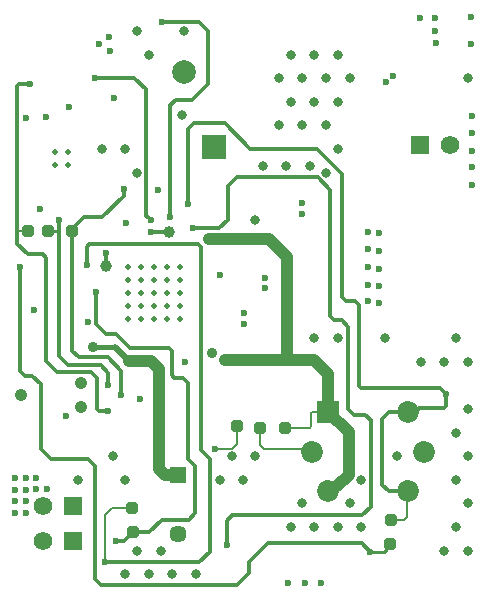
<source format=gbl>
G04*
G04 #@! TF.GenerationSoftware,Altium Limited,Altium Designer,25.2.1 (25)*
G04*
G04 Layer_Physical_Order=4*
G04 Layer_Color=16711680*
%FSLAX25Y25*%
%MOIN*%
G70*
G04*
G04 #@! TF.SameCoordinates,E3AB8C20-A1E6-43C1-8624-3ED8289FA371*
G04*
G04*
G04 #@! TF.FilePolarity,Positive*
G04*
G01*
G75*
%ADD10C,0.00984*%
%ADD12C,0.00787*%
%ADD15C,0.01575*%
%ADD62C,0.06181*%
%ADD63R,0.06181X0.06181*%
%ADD64C,0.07284*%
%ADD65R,0.07284X0.07284*%
%ADD67C,0.05709*%
%ADD68R,0.05709X0.05709*%
%ADD76C,0.01378*%
%ADD78C,0.01968*%
%ADD79C,0.01181*%
%ADD80C,0.03937*%
%ADD84C,0.07874*%
%ADD85R,0.07874X0.07874*%
%ADD86C,0.04201*%
%ADD87C,0.01968*%
%ADD88C,0.02362*%
%ADD89C,0.03543*%
%ADD90C,0.03150*%
%ADD91C,0.03937*%
G04:AMPARAMS|DCode=92|XSize=39.37mil|YSize=39.37mil|CornerRadius=9.84mil|HoleSize=0mil|Usage=FLASHONLY|Rotation=90.000|XOffset=0mil|YOffset=0mil|HoleType=Round|Shape=RoundedRectangle|*
%AMROUNDEDRECTD92*
21,1,0.03937,0.01968,0,0,90.0*
21,1,0.01968,0.03937,0,0,90.0*
1,1,0.01968,0.00984,0.00984*
1,1,0.01968,0.00984,-0.00984*
1,1,0.01968,-0.00984,-0.00984*
1,1,0.01968,-0.00984,0.00984*
%
%ADD92ROUNDEDRECTD92*%
G04:AMPARAMS|DCode=93|XSize=39.37mil|YSize=39.37mil|CornerRadius=9.84mil|HoleSize=0mil|Usage=FLASHONLY|Rotation=0.000|XOffset=0mil|YOffset=0mil|HoleType=Round|Shape=RoundedRectangle|*
%AMROUNDEDRECTD93*
21,1,0.03937,0.01968,0,0,0.0*
21,1,0.01968,0.03937,0,0,0.0*
1,1,0.01968,0.00984,-0.00984*
1,1,0.01968,-0.00984,-0.00984*
1,1,0.01968,-0.00984,0.00984*
1,1,0.01968,0.00984,0.00984*
%
%ADD93ROUNDEDRECTD93*%
D10*
X13386Y122047D02*
X17224D01*
X125506Y15354D02*
X126083Y15931D01*
X120866Y15354D02*
X125506D01*
X126083Y15931D02*
Y15974D01*
X127559Y17450D01*
Y17717D01*
D12*
X69291Y49606D02*
X74803D01*
X76378Y51181D01*
Y57087D01*
X34843Y29921D02*
X41665Y29937D01*
X32480Y27559D02*
X34843Y29921D01*
X32480Y11811D02*
Y27559D01*
X3051Y122047D02*
X6693D01*
X9252Y114370D02*
X9449Y114567D01*
X84252Y50787D02*
X85433Y49606D01*
X100492D01*
X84252Y50787D02*
Y56693D01*
X127953Y25984D02*
X132283D01*
X133071Y26772D01*
Y35043D01*
X133413Y35386D01*
X100492Y49606D02*
X101488Y48610D01*
X101205Y61373D02*
X101666Y61835D01*
X101205Y57154D02*
Y61373D01*
X101666Y61835D02*
X106965D01*
X92520Y56693D02*
X100743D01*
X101205Y57154D01*
D15*
X28543Y83465D02*
X28642Y83366D01*
X35827D01*
D62*
X11937Y30512D02*
D03*
X11929Y18898D02*
D03*
X147500Y150984D02*
D03*
D63*
X21937Y30512D02*
D03*
X21929Y18898D02*
D03*
X137500Y150984D02*
D03*
D64*
X101488Y48610D02*
D03*
X138890D02*
D03*
X133413Y61835D02*
D03*
X106965Y35386D02*
D03*
X133413D02*
D03*
D65*
X106965Y61835D02*
D03*
D67*
X56929Y21102D02*
D03*
D68*
Y40787D02*
D03*
D76*
X26378Y111024D02*
Y116964D01*
X64370Y49213D02*
Y116929D01*
X32909Y110602D02*
Y114732D01*
Y110602D02*
X32925Y110587D01*
X26378Y116964D02*
X27185Y117772D01*
X63528D01*
X64370Y116929D01*
X47222Y126425D02*
X47714Y125933D01*
X47067Y126425D02*
X47222D01*
X46260Y127232D02*
X47067Y126425D01*
X46260Y127232D02*
Y169390D01*
X47714Y125933D02*
X47980D01*
X52043Y121724D02*
X53921Y121756D01*
X47709Y121724D02*
X53921Y121756D01*
X64370Y49213D02*
X67520Y46063D01*
X41772Y21929D02*
X47323D01*
X36330Y19007D02*
X38850D01*
X41772Y21929D01*
X36220Y18898D02*
X36330Y19007D01*
X32480Y11811D02*
X32489Y11802D01*
X63968D02*
X67520Y15354D01*
X32489Y11802D02*
X63968D01*
X29134Y6299D02*
X31102Y4331D01*
X26969Y46063D02*
X29134Y43898D01*
Y6299D02*
Y43898D01*
X31102Y4331D02*
X76575D01*
X14567Y46063D02*
X26969D01*
X11024Y49606D02*
Y71063D01*
Y49606D02*
X14567Y46063D01*
X40984Y83071D02*
X53984D01*
X55598Y73228D02*
X58661D01*
X54791Y74036D02*
X55598Y73228D01*
X53984Y83071D02*
X54791Y82264D01*
Y74036D02*
Y82264D01*
X29528Y91181D02*
Y101817D01*
Y91181D02*
X32969Y87740D01*
X36315D01*
X40984Y83071D01*
X58661Y73228D02*
X60236Y71653D01*
Y46063D02*
Y71653D01*
Y46063D02*
X62598Y43701D01*
X60433Y25984D02*
X62598Y28150D01*
Y43701D01*
X47323Y21929D02*
X51378Y25984D01*
X60433D01*
X117933Y69836D02*
X144180D01*
X117126Y70643D02*
X117933Y69836D01*
X144180D02*
X146221Y67795D01*
X117126Y70643D02*
Y97539D01*
X133413Y61835D02*
X134543Y62965D01*
X137067D02*
X137173Y63071D01*
X145413D02*
X146221Y63878D01*
X137173Y63071D02*
X145413D01*
X146221Y63878D02*
Y67795D01*
X134543Y62965D02*
X137067D01*
X132898Y61835D02*
X133413D01*
X127189D02*
X132898D01*
X72421Y158169D02*
X81010Y149580D01*
X62205Y158169D02*
X72421D01*
X60236Y156201D02*
X62205Y158169D01*
X81010Y149580D02*
X103176D01*
X111516Y141240D01*
X60236Y131102D02*
Y156201D01*
X73425Y137205D02*
X76378Y140157D01*
X103347D01*
X73425Y125984D02*
Y137205D01*
X111516Y100295D02*
Y141240D01*
X3051Y122047D02*
Y170374D01*
X17224Y122047D02*
Y125984D01*
Y80413D02*
X20079Y77559D01*
X17224Y80413D02*
Y122047D01*
X12992Y78740D02*
Y113189D01*
X21654Y106693D02*
Y123031D01*
Y82185D02*
Y106693D01*
X9252Y114370D02*
X11811D01*
X12992Y78740D02*
X16482Y75250D01*
X6693Y114370D02*
X9252D01*
X11811D02*
X12992Y113189D01*
X4134Y75590D02*
Y110236D01*
X21654Y123031D02*
X25492Y126870D01*
X21654Y82185D02*
X23720Y80118D01*
X37992Y67520D02*
Y75492D01*
X33661Y70965D02*
Y75000D01*
X31102Y77559D02*
X33661Y75000D01*
X30657Y62100D02*
X33372D01*
X29823Y62934D02*
X30657Y62100D01*
X29823Y62934D02*
Y73130D01*
X31521Y126870D02*
X38681Y134030D01*
Y136319D01*
X23720Y80118D02*
X33366D01*
X37992Y75492D01*
X20079Y77559D02*
X31102D01*
X27703Y75250D02*
X29823Y73130D01*
X16482Y75250D02*
X27703D01*
X124803Y37598D02*
Y59449D01*
Y37598D02*
X127016Y35386D01*
X133413D01*
X124803Y59449D02*
X127189Y61835D01*
X118110Y18110D02*
X120866Y15354D01*
X86811Y18110D02*
X118110D01*
X80512Y11811D02*
X86811Y18110D01*
X80512Y8268D02*
Y11811D01*
X76575Y4331D02*
X80512Y8268D01*
X8268Y73819D02*
X11024Y71063D01*
X5906Y73819D02*
X8268D01*
X4134Y75590D02*
X5906Y73819D01*
X73032Y17520D02*
Y25591D01*
X75000Y27559D01*
X112894Y98917D02*
X115748D01*
X117126Y97539D01*
X111516Y100295D02*
X112894Y98917D01*
X25492Y126870D02*
X31521D01*
X3051Y170374D02*
X3937Y171260D01*
X3051Y118012D02*
Y122047D01*
Y118012D02*
X6693Y114370D01*
X3937Y171260D02*
X7677D01*
X42323Y173327D02*
X46260Y169390D01*
X29232Y173327D02*
X42323D01*
X67520Y15354D02*
Y46063D01*
X62008Y123228D02*
X70669D01*
X73425Y125984D01*
X75000Y27559D02*
X118307D01*
X121063Y30315D01*
Y59252D01*
X119291Y61024D02*
X121063Y59252D01*
X115551Y61024D02*
X119291D01*
X113583Y62992D02*
X115551Y61024D01*
X113583Y62992D02*
Y90354D01*
X111417Y92520D02*
X113583Y90354D01*
X108858Y92520D02*
X111417D01*
X107480Y93898D02*
X108858Y92520D01*
X107480Y93898D02*
Y136024D01*
X103347Y140157D02*
X107480Y136024D01*
D78*
X35827Y83366D02*
X40453Y78740D01*
D79*
X54252Y126937D02*
Y164094D01*
X56102Y165945D01*
X63878Y192028D02*
X66929Y188976D01*
X61614Y165945D02*
X66929Y171260D01*
Y188976D01*
X51673Y192028D02*
X63878D01*
X56102Y165945D02*
X61614D01*
D80*
X113681Y40846D02*
Y55118D01*
X106965Y61835D02*
X113681Y55118D01*
X106965Y61835D02*
Y74433D01*
X102264Y79134D02*
X106965Y74433D01*
X47933Y78740D02*
X50591Y76083D01*
X52559Y40748D02*
X52598Y40787D01*
X56929D01*
X50591Y42717D02*
X52559Y40748D01*
X50591Y42717D02*
Y76083D01*
X72638Y79134D02*
X93012D01*
X93110Y79232D01*
Y113583D01*
X93012Y79134D02*
X102264D01*
X87106Y119587D02*
X93110Y113583D01*
X67323Y119587D02*
X87106D01*
X40453Y78740D02*
X47933D01*
X106965Y35386D02*
X107870D01*
X109543Y37059D01*
X109894D01*
X113681Y40846D01*
D84*
X58740Y175039D02*
D03*
D85*
X68740Y150039D02*
D03*
D86*
X4437Y67673D02*
D03*
X24437Y71673D02*
D03*
Y63673D02*
D03*
D87*
X57362Y92874D02*
D03*
X53031D02*
D03*
X48701D02*
D03*
X44370D02*
D03*
X40039D02*
D03*
X57362Y97205D02*
D03*
X53031D02*
D03*
X48701D02*
D03*
X44370D02*
D03*
X40039D02*
D03*
X57362Y101535D02*
D03*
X53031D02*
D03*
X48701D02*
D03*
X44370D02*
D03*
X40039D02*
D03*
X57362Y105866D02*
D03*
X53031D02*
D03*
X48701D02*
D03*
X44370D02*
D03*
X40039D02*
D03*
X57362Y110197D02*
D03*
X53031D02*
D03*
X48701D02*
D03*
X44370D02*
D03*
X40039D02*
D03*
X20177Y144095D02*
D03*
X15846D02*
D03*
Y148425D02*
D03*
X20177D02*
D03*
D88*
X32909Y114732D02*
D03*
X54252Y126937D02*
D03*
X47980Y125933D02*
D03*
X47709Y121724D02*
D03*
X126181Y171850D02*
D03*
X128445Y174016D02*
D03*
X13189Y36220D02*
D03*
X9547Y39961D02*
D03*
Y36122D02*
D03*
X6102Y28150D02*
D03*
Y32087D02*
D03*
Y36024D02*
D03*
Y39961D02*
D03*
X2559Y28150D02*
D03*
Y32087D02*
D03*
Y36024D02*
D03*
Y39961D02*
D03*
X120118Y98740D02*
D03*
Y104252D02*
D03*
Y116063D02*
D03*
Y121968D02*
D03*
Y110158D02*
D03*
X123937Y98189D02*
D03*
Y103701D02*
D03*
Y115512D02*
D03*
Y121417D02*
D03*
Y109606D02*
D03*
X154724Y148819D02*
D03*
Y160630D02*
D03*
Y154724D02*
D03*
Y143386D02*
D03*
Y137402D02*
D03*
X154567Y193465D02*
D03*
X154646Y184646D02*
D03*
X142756Y184882D02*
D03*
X142441Y193228D02*
D03*
X137638Y193307D02*
D03*
X142598Y188976D02*
D03*
X8769Y95956D02*
D03*
X69291Y49606D02*
D03*
X26772Y91732D02*
D03*
X50299Y135831D02*
D03*
X10827Y129528D02*
D03*
X6299Y159843D02*
D03*
X104528Y4921D02*
D03*
X99213D02*
D03*
X93504D02*
D03*
X78937Y91142D02*
D03*
X59055Y78543D02*
D03*
X44193Y66142D02*
D03*
X20472Y163583D02*
D03*
X30512Y184449D02*
D03*
X34055Y182087D02*
D03*
X33858Y186909D02*
D03*
X12795Y160236D02*
D03*
X39370Y125000D02*
D03*
X78839Y94882D02*
D03*
X70866Y107677D02*
D03*
X19488Y60630D02*
D03*
X98327Y127953D02*
D03*
Y131496D02*
D03*
X85984Y103150D02*
D03*
Y106457D02*
D03*
X35433Y166634D02*
D03*
X36220Y18898D02*
D03*
X32480Y11811D02*
D03*
X29528Y101969D02*
D03*
X146221Y67795D02*
D03*
X26378Y111024D02*
D03*
X37992Y67520D02*
D03*
X33661Y70965D02*
D03*
X33372Y62100D02*
D03*
X60236Y131102D02*
D03*
X38681Y136319D02*
D03*
X120866Y15354D02*
D03*
X4134Y110236D02*
D03*
X73032Y17520D02*
D03*
X51673Y192028D02*
D03*
X7677Y171260D02*
D03*
X29232Y173327D02*
D03*
X62008Y123228D02*
D03*
X17224Y125984D02*
D03*
D89*
X68307Y81693D02*
D03*
X72638Y79134D02*
D03*
X28543Y83465D02*
D03*
X67323Y119587D02*
D03*
D90*
X78634Y39264D02*
D03*
X82571Y47138D02*
D03*
X23516Y39264D02*
D03*
X70760D02*
D03*
X39264D02*
D03*
X58161Y161016D02*
D03*
X85130Y143988D02*
D03*
X93004D02*
D03*
X100878D02*
D03*
X153437Y173122D02*
D03*
X149500Y86508D02*
D03*
X153437Y78634D02*
D03*
Y62886D02*
D03*
X149500Y55012D02*
D03*
X153437Y47138D02*
D03*
X149500Y39264D02*
D03*
X153437Y31390D02*
D03*
X149500Y23516D02*
D03*
X153437Y15642D02*
D03*
X145563Y78634D02*
D03*
Y15642D02*
D03*
X137689Y78634D02*
D03*
X125878Y86508D02*
D03*
X129815Y47138D02*
D03*
X118004Y39264D02*
D03*
Y23516D02*
D03*
X110130Y180996D02*
D03*
X114067Y173122D02*
D03*
X110130Y165248D02*
D03*
Y149500D02*
D03*
Y86508D02*
D03*
X114067Y31390D02*
D03*
X110130Y23516D02*
D03*
X102256Y180996D02*
D03*
X106193Y173122D02*
D03*
X102256Y165248D02*
D03*
X106193Y157374D02*
D03*
Y141626D02*
D03*
X102256Y86508D02*
D03*
Y23516D02*
D03*
X94382Y180996D02*
D03*
X98319Y173122D02*
D03*
X94382Y165248D02*
D03*
X98319Y157374D02*
D03*
Y31390D02*
D03*
X94382Y23516D02*
D03*
X90445Y173122D02*
D03*
Y157374D02*
D03*
X82571Y125878D02*
D03*
X74697Y47138D02*
D03*
X62886Y7768D02*
D03*
X58949Y188870D02*
D03*
X55012Y7768D02*
D03*
X47138Y180996D02*
D03*
X51075Y15642D02*
D03*
X47138Y7768D02*
D03*
X43201Y188870D02*
D03*
X39264Y149500D02*
D03*
X43201Y141626D02*
D03*
Y15642D02*
D03*
X39264Y7768D02*
D03*
X31390Y149500D02*
D03*
X35327Y47138D02*
D03*
D91*
X32925Y110587D02*
D03*
X53921Y121756D02*
D03*
D92*
X76378Y57087D02*
D03*
X92520Y56693D02*
D03*
X84252D02*
D03*
D93*
X41665Y29937D02*
D03*
X41772Y21929D02*
D03*
X21654Y122047D02*
D03*
X13386D02*
D03*
X6693D02*
D03*
X127559Y17717D02*
D03*
X127953Y25984D02*
D03*
M02*

</source>
